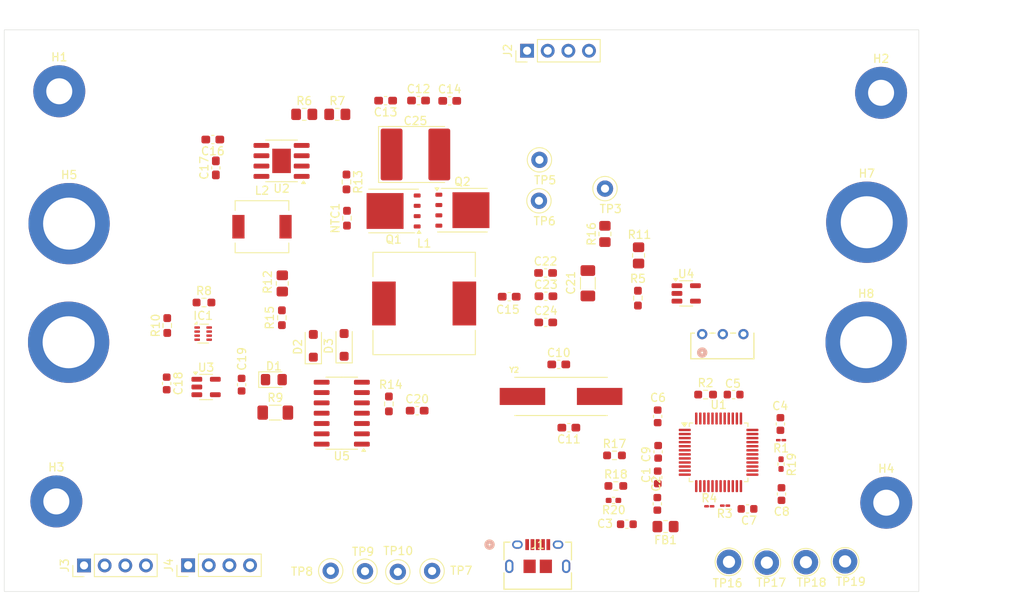
<source format=kicad_pcb>
(kicad_pcb (version 20241229) (generator "pcbnew") (generator_version "9.0")
  (layers (0 "F.Cu" signal) (2 "B.Cu" signal) (13 "F.Paste" user) (15 "B.Paste" user) (5 "F.SilkS" user "F.Silkscreen") (7 "B.SilkS" user "B.Silkscreen") (1 "F.Mask" user) (3 "B.Mask" user) (25 "Edge.Cuts" user))
  (net 0 "")
  (net 1 "GND")
  (net 2 "+3V3A")
  (net 3 "+3V3")
  (net 4 "Net-(U1-NRST)")
  (net 5 "/MCU Section/HSE_OUT")
  (net 6 "/MCU Section/HSE_IN")
  (net 7 "INPUT POWER")
  (net 8 "Net-(U2-VS)")
  (net 9 "Net-(U2-VB)")
  (net 10 "+5VBUS")
  (net 11 "SGND")
  (net 12 "/ADC sensing/I_OUT_SENSING")
  (net 13 "Net-(D1-K)")
  (net 14 "/Connectors/VOUT")
  (net 15 "USB POWER")
  (net 16 "Net-(IC1-ON)")
  (net 17 "Net-(IC1-ST)")
  (net 18 "USB_D_PLUS")
  (net 19 "USB_D_MINUS")
  (net 21 "/MCU Section/USART_TX")
  (net 22 "/MCU Section/USART_RX")
  (net 23 "SWCLK")
  (net 24 "SWDIO")
  (net 25 "/MCU Section/I2C_SDA")
  (net 26 "/MCU Section/I2C_SCL")
  (net 27 "/Power Stage Section/SW_NODE")
  (net 28 "/ADC sensing/T_SENSING")
  (net 29 "GATE_HS")
  (net 30 "GATE_LS")
  (net 31 "Net-(U1-BOOT0)")
  (net 32 "Net-(SW1-B)")
  (net 33 "Net-(U2-HO)")
  (net 34 "Net-(U2-LO)")
  (net 35 "/ADC sensing/VIN_SENSING")
  (net 36 "Net-(R14-Pad1)")
  (net 37 "SPI_MISO")
  (net 38 "SPI_CLK")
  (net 39 "SPI_MOSI")
  (net 40 "CHIP_SELECT")
  (net 65 "HIGH_SIDE_PWM")
  (net 66 "LOW_SIDE_PWM")
  (net 67 "Net-(U2-HIN)")
  (net 68 "Net-(U2-LIN)")
  (net 69 "VIN")
  (net 70 "VOUT")
  (net 71 "VSHUNT_PLUS")
  (net 72 "/ADC sensing/VOUT_SENSING")
  (footprint "Capacitor_SMD:C_0603_1608Metric_Pad1.08x0.95mm_HandSolder" (layer "F.Cu") (at 63.78 69.94 90)
    (property "Reference" "C17" (at 0 -1.43 90) (layer "F.SilkS"))
    (property "Value" "1u")
    (pad "1" smd roundrect (at -0.8625 0 90) (size 1.075 0.95) (layers "F.Cu" "F.Mask" "F.Paste") (net 9 "Net-(U2-VB)"))
    (pad "2" smd roundrect (at 0.8625 0 90) (size 1.075 0.95) (layers "F.Cu" "F.Mask" "F.Paste") (net 8 "Net-(U2-VS)"))
  )
  (footprint "Resistor_SMD:R_0805_2012Metric_Pad1.20x1.40mm_HandSolder" (layer "F.Cu") (at 111.67 78.07 90)
    (property "Reference" "R16" (at 0 -1.65 90) (layer "F.SilkS"))
    (property "Value" "39k")
    (pad "1" smd roundrect (at -1 0 90) (size 1.2 1.4) (layers "F.Cu" "F.Mask" "F.Paste") (roundrect_rratio 0.208333) (net 72 "/ADC sensing/VOUT_SENSING"))
    (pad "2" smd roundrect (at 1 0 90) (size 1.2 1.4) (layers "F.Cu" "F.Mask" "F.Paste") (roundrect_rratio 0.208333) (net 1 "GND"))
  )
  (footprint "LED_SMD:LED_0805_2012Metric_Pad1.15x1.40mm_HandSolder" (layer "F.Cu") (at 70.92 96)
    (property "Reference" "D1" (at 0 -1.65 0) (layer "F.SilkS"))
    (property "Value" "RED_LED")
    (pad "1" smd roundrect (at -1.025 0) (size 1.15 1.4) (layers "F.Cu" "F.Mask" "F.Paste") (roundrect_rratio 0.217391) (net 13 "Net-(D1-K)"))
    (pad "2" smd roundrect (at 1.025 0) (size 1.15 1.4) (layers "F.Cu" "F.Mask" "F.Paste") (roundrect_rratio 0.217391) (net 3 "+3V3"))
  )
  (footprint "Capacitor_SMD:C_0603_1608Metric" (layer "F.Cu") (at 133.27 101.46 -90)
    (property "Reference" "C4" (at -2.22 0.03 0) (layer "F.SilkS"))
    (property "Value" "10u")
    (pad "1" smd roundrect (at -0.775 0 270) (size 0.9 0.95) (layers "F.Cu" "F.Mask" "F.Paste") (net 3 "+3V3"))
    (pad "2" smd roundrect (at 0.775 0 270) (size 0.9 0.95) (layers "F.Cu" "F.Mask" "F.Paste") (net 1 "GND"))
  )
  (footprint "Diode_SMD:D_SOD-123F" (layer "F.Cu") (at 75.78 91.8375 90)
    (property "Reference" "D2" (at -0.127 -1.905 90) (layer "F.SilkS"))
    (property "Value" "BZT52C3V3")
    (pad "1" smd roundrect (at -1.4 0 90) (size 1.1 1.1) (layers "F.Cu" "F.Mask" "F.Paste") (roundrect_rratio 0.2272727273) (net 72 "/ADC sensing/VOUT_SENSING"))
    (pad "2" smd roundrect (at 1.4 0 90) (size 1.1 1.1) (layers "F.Cu" "F.Mask" "F.Paste") (roundrect_rratio 0.2272727273) (net 1 "GND"))
  )
  (footprint "Resistor_SMD:R_0603_1608Metric_Pad0.98x0.95mm_HandSolder" (layer "F.Cu") (at 113.0125 109.0875)
    (property "Reference" "R18" (at 0 -1.43 0) (layer "F.SilkS"))
    (property "Value" "10k")
    (pad "1" smd roundrect (at -0.9125 0) (size 0.975 0.95) (layers "F.Cu" "F.Mask" "F.Paste") (net 66 "LOW_SIDE_PWM"))
    (pad "2" smd roundrect (at 0.9125 0) (size 0.975 0.95) (layers "F.Cu" "F.Mask" "F.Paste") (net 11 "SGND"))
  )
  (footprint "MountingHole:MountingHole_6.4mm_M6_ISO14580_Pad" (layer "F.Cu") (at 143.82 91.42)
    (property "Reference" "H8" (at 0 -6 0) (layer "F.SilkS"))
    (property "Value" "MountingHole_Pad")
    (pad "1" thru_hole circle (at 0 -0.02) (size 10 10) (drill 6.4) (layers "*.Cu" "*.Mask") (net 1 "GND"))
  )
  (footprint "Capacitor_SMD:C_0603_1608Metric_Pad1.08x0.95mm_HandSolder" (layer "F.Cu") (at 88.73 61.65)
    (property "Reference" "C12" (at 0 -1.43 0) (layer "F.SilkS"))
    (property "Value" "10u")
    (pad "1" smd roundrect (at -0.8625 0) (size 1.075 0.95) (layers "F.Cu" "F.Mask" "F.Paste") (net 69 "VIN"))
    (pad "2" smd roundrect (at 0.8625 0) (size 1.075 0.95) (layers "F.Cu" "F.Mask" "F.Paste") (net 1 "GND"))
  )
  (footprint "TestPoint:TestPoint_Loop_D2.50mm_Drill1.0mm" (layer "F.Cu") (at 103.55 73.99)
    (property "Reference" "TP6" (at 0.7 2.5 0) (layer "F.SilkS"))
    (property "Value" "TestPoint")
    (pad "1" thru_hole circle (at 0 0) (size 2 2) (drill 1) (layers "*.Cu" "*.Mask") (net 30 "GATE_LS"))
  )
  (footprint "TestPoint:TestPoint_Loop_D2.54mm_Drill1.5mm_Beaded" (layer "F.Cu") (at 136.41 118.47)
    (property "Reference" "TP18" (at 0.7 2.5 0) (layer "F.SilkS"))
    (property "Value" "TestPoint")
    (pad "1" thru_hole circle (at 0 0) (size 3 3) (drill 1.5) (layers "*.Cu" "*.Mask") (net 19 "USB_D_MINUS"))
  )
  (footprint "Capacitor_SMD:C_0603_1608Metric_Pad1.08x0.95mm_HandSolder" (layer "F.Cu") (at 104.365 82.87)
    (property "Reference" "C22" (at 0 -1.43 0) (layer "F.SilkS"))
    (property "Value" "22u")
    (pad "1" smd roundrect (at -0.8625 0) (size 1.075 0.95) (layers "F.Cu" "F.Mask" "F.Paste") (net 71 "VSHUNT_PLUS"))
    (pad "2" smd roundrect (at 0.8625 0) (size 1.075 0.95) (layers "F.Cu" "F.Mask" "F.Paste") (net 1 "GND"))
  )
  (footprint "Capacitor_SMD:C_0603_1608Metric_Pad1.08x0.95mm_HandSolder" (layer "F.Cu") (at 104.385 88.96)
    (property "Reference" "C24" (at 0 -1.43 0) (layer "F.SilkS"))
    (property "Value" "22u")
    (pad "1" smd roundrect (at -0.8625 0) (size 1.075 0.95) (layers "F.Cu" "F.Mask" "F.Paste") (net 71 "VSHUNT_PLUS"))
    (pad "2" smd roundrect (at 0.8625 0) (size 1.075 0.95) (layers "F.Cu" "F.Mask" "F.Paste") (net 1 "GND"))
  )
  (footprint "Package_TO_SOT_SMD:TDSON-8-1" (layer "F.Cu") (at 85.66 75.245 180)
    (property "Reference" "Q1" (at 0 -3.5 0) (layer "F.SilkS"))
    (property "Value" "BSC082N10LSG")
    (pad "1" smd roundrect (at -2.9 -1.905 180) (size 0.85 0.5) (layers "F.Cu" "F.Mask" "F.Paste") (net 27 "/Power Stage Section/SW_NODE"))
    (pad "2" smd roundrect (at -2.9 -0.635 180) (size 0.85 0.5) (layers "F.Cu" "F.Mask" "F.Paste") (net 27 "/Power Stage Section/SW_NODE"))
    (pad "3" smd roundrect (at -2.9 0.635 180) (size 0.85 0.5) (layers "F.Cu" "F.Mask" "F.Paste") (net 27 "/Power Stage Section/SW_NODE"))
    (pad "4" smd roundrect (at -2.9 1.905 180) (size 0.85 0.5) (layers "F.Cu" "F.Mask" "F.Paste") (net 29 "GATE_HS"))
    (pad "5" smd rect (at 1.05 0 180) (size 4.55 4.41) (layers "F.Cu") (net 69 "VIN"))
  )
  (footprint "Package_SO:SOIC-8-1EP_3.9x4.9mm_P1.27mm_EP2.29x3mm" (layer "F.Cu") (at 71.87 69.08 180)
    (property "Reference" "U2" (at 0 -3.4 0) (layer "F.SilkS"))
    (property "Value" "IRS2186")
    (pad "1" smd roundrect (at -2.475 -1.905 180) (size 1.95 0.6) (layers "F.Cu" "F.Mask" "F.Paste") (net 67 "Net-(U2-HIN)"))
    (pad "2" smd roundrect (at -2.475 -0.635 180) (size 1.95 0.6) (layers "F.Cu" "F.Mask" "F.Paste") (net 68 "Net-(U2-LIN)"))
    (pad "3" smd roundrect (at -2.475 0.635 180) (size 1.95 0.6) (layers "F.Cu" "F.Mask" "F.Paste") (net 1 "GND"))
    (pad "4" smd roundrect (at -2.475 1.905 180) (size 1.95 0.6) (layers "F.Cu" "F.Mask" "F.Paste") (net 34 "Net-(U2-LO)"))
    (pad "5" smd roundrect (at 2.475 1.905 180) (size 1.95 0.6) (layers "F.Cu" "F.Mask" "F.Paste") (net 7 "INPUT POWER"))
    (pad "6" smd roundrect (at 2.475 0.635 180) (size 1.95 0.6) (layers "F.Cu" "F.Mask" "F.Paste") (net 8 "Net-(U2-VS)"))
    (pad "7" smd roundrect (at 2.475 -0.635 180) (size 1.95 0.6) (layers "F.Cu" "F.Mask" "F.Paste") (net 33 "Net-(U2-HO)"))
    (pad "8" smd roundrect (at 2.475 -1.905 180) (size 1.95 0.6) (layers "F.Cu" "F.Mask" "F.Paste") (net 9 "Net-(U2-VB)"))
    (pad "9" smd rect (at 0 0 180) (size 2.29 3) (property pad_prop_heatsink) (layers "F.Cu" "F.Mask"))
  )
  (footprint "Resistor_SMD:R_0805_2012Metric_Pad1.20x1.40mm_HandSolder" (layer "F.Cu") (at 119.13 114.09 180)
    (property "Reference" "FB1" (at 0 -1.65 0) (layer "F.SilkS"))
    (property "Value" "120R")
    (pad "1" smd roundrect (at -1 0 180) (size 1.2 1.4) (layers "F.Cu" "F.Mask" "F.Paste") (roundrect_rratio 0.208333) (net 2 "+3V3A"))
    (pad "2" smd roundrect (at 1 0 180) (size 1.2 1.4) (layers "F.Cu" "F.Mask" "F.Paste") (roundrect_rratio 0.208333) (net 3 "+3V3"))
  )
  (footprint "MountingHole:MountingHole_3.2mm_M3_Pad" (layer "F.Cu") (at 146.3 111.15)
    (property "Reference" "H4" (at 0 -4.2 0) (layer "F.SilkS"))
    (property "Value" "MountingHole_Pad")
    (pad "1" thru_hole circle (at 0 0) (size 6.4 6.4) (drill 3.2) (layers "*.Cu" "*.Mask") (net 1 "GND"))
  )
  (footprint "Resistor_SMD:R_01005_0402Metric_Pad0.57x0.30mm_HandSolder" (layer "F.Cu") (at 126.46 111.51)
    (property "Reference" "R3" (at -0.05 0.99 0) (layer "F.SilkS"))
    (property "Value" "1k5")
    (pad "1" smd roundrect (at -0.3375 0) (size 0.575 0.3) (layers "F.Cu" "F.Mask") (net 3 "+3V3"))
    (pad "2" smd roundrect (at 0.3375 0) (size 0.575 0.3) (layers "F.Cu" "F.Mask") (net 26 "/MCU Section/I2C_SCL"))
  )
  (footprint "Capacitor_SMD:C_0603_1608Metric_Pad1.08x0.95mm_HandSolder" (layer "F.Cu") (at 92.5675 61.69)
    (property "Reference" "C14" (at 0 -1.43 0) (layer "F.SilkS"))
    (property "Value" "10u")
    (pad "1" smd roundrect (at -0.8625 0) (size 1.075 0.95) (layers "F.Cu" "F.Mask" "F.Paste") (net 69 "VIN"))
    (pad "2" smd roundrect (at 0.8625 0) (size 1.075 0.95) (layers "F.Cu" "F.Mask" "F.Paste") (net 1 "GND"))
  )
  (footprint "Package_TO_SOT_SMD:SOT-23-5" (layer "F.Cu") (at 62.58 96.9075)
    (property "Reference" "U3" (at 0 -2.4 0) (layer "F.SilkS"))
    (property "Value" "TLV70012_SOT23-5")
    (pad "1" smd roundrect (at -1.1375 -0.95) (size 1.325 0.6) (layers "F.Cu" "F.Mask" "F.Paste") (net 10 "+5VBUS"))
    (pad "2" smd roundrect (at -1.1375 0) (size 1.325 0.6) (layers "F.Cu" "F.Mask" "F.Paste") (net 11 "SGND"))
    (pad "3" smd roundrect (at -1.1375 0.95) (size 1.325 0.6) (layers "F.Cu" "F.Mask" "F.Paste") (net 10 "+5VBUS"))
    (pad "4" smd roundrect (at 1.1375 0.95) (size 1.325 0.6) (layers "F.Cu" "F.Mask" "F.Paste"))
    (pad "5" smd roundrect (at 1.1375 -0.95) (size 1.325 0.6) (layers "F.Cu" "F.Mask" "F.Paste") (net 3 "+3V3"))
  )
  (footprint "Resistor_SMD:R_01005_0402Metric_Pad0.57x0.30mm_HandSolder" (layer "F.Cu") (at 133.35 103.45 180)
    (property "Reference" "R1" (at 0 -1 0) (layer "F.SilkS"))
    (property "Value" "1k5")
    (pad "1" smd roundrect (at -0.3375 0 180) (size 0.575 0.3) (layers "F.Cu" "F.Mask") (net 3 "+3V3"))
    (pad "2" smd roundrect (at 0.3375 0 180) (size 0.575 0.3) (layers "F.Cu" "F.Mask") (net 18 "USB_D_PLUS"))
  )
  (footprint "Resistor_SMD:R_0402_1005Metric_Pad0.72x0.64mm_HandSolder" (layer "F.Cu") (at 112.7225 110.8675)
    (property "Reference" "R20" (at 0.0375 1.18 0) (layer "F.SilkS"))
    (property "Value" "47")
    (pad "1" smd roundrect (at -0.5975 0) (size 0.715 0.64) (layers "F.Cu" "F.Mask" "F.Paste") (net 66 "LOW_SIDE_PWM"))
    (pad "2" smd roundrect (at 0.5975 0) (size 0.715 0.64) (layers "F.Cu" "F.Mask" "F.Paste") (net 68 "Net-(U2-LIN)"))
  )
  (footprint "MountingHole:MountingHole_3.2mm_M3_Pad" (layer "F.Cu") (at 44.15 110.99)
    (property "Reference" "H3" (at 0 -4.2 0) (layer "F.SilkS"))
    (property "Value" "MountingHole_Pad")
    (pad "1" thru_hole circle (at 0 0) (size 6.4 6.4) (drill 3.2) (layers "*.Cu" "*.Mask") (net 1 "GND"))
  )
  (footprint "Resistor_SMD:R_0805_2012Metric_Pad1.20x1.40mm_HandSolder" (layer "F.Cu") (at 115.81 80.71 90)
    (property "Reference" "R11" (at 2.55 0.11 180) (layer "F.SilkS"))
    (property "Value" "39k")
    (pad "1" smd roundrect (at -1 0 90) (size 1.2 1.4) (layers "F.Cu" "F.Mask" "F.Paste") (roundrect_rratio 0.208333) (net 70 "VOUT"))
    (pad "2" smd roundrect (at 1 0 90) (size 1.2 1.4) (layers "F.Cu" "F.Mask" "F.Paste") (roundrect_rratio 0.208333) (net 72 "/ADC sensing/VOUT_SENSING"))
  )
  (footprint "Capacitor_SMD:C_0603_1608Metric" (layer "F.Cu") (at 118.22 104.8875 -90)
    (property "Reference" "C9" (at 0.31 1.48 270) (layer "F.SilkS"))
    (property "Value" "0.1u")
    (pad "1" smd roundrect (at -0.775 0 270) (size 0.9 0.95) (layers "F.Cu" "F.Mask" "F.Paste") (net 4 "Net-(U1-NRST)"))
    (pad "2" smd roundrect (at 0.775 0 270) (size 0.9 0.95) (layers "F.Cu" "F.Mask" "F.Paste") (net 1 "GND"))
  )
  (footprint "footprints:CON64_2X32_TU_HTS_SAI_CUSTOM" (layer "F.Cu") (at 163.01 91.67)
    (property "Reference" "SW1" (hide yes))
    (property "Value" "SW_SPDT" (hide yes))
    (pad "1" thru_hole circle (at -39.37 -1.27 90) (size 1.27 1.27) (drill 0.7112) (layers "*.Cu" "*.Mask") (net 3 "+3V3"))
    (pad "2" thru_hole circle (at -36.83 -1.27 90) (size 1.27 1.27) (drill 0.7112) (layers "*.Cu" "*.Mask") (net 32 "Net-(SW1-B)"))
    (pad "3" thru_hole circle (at -34.29 -1.27 90) (size 1.27 1.27) (drill 0.7112) (layers "*.Cu" "*.Mask") (net 1 "GND"))
  )
  (footprint "Capacitor_SMD:C_0603_1608Metric" (layer "F.Cu") (at 118.16 100.5225 -90)
    (property "Reference" "C6" (at -2.3 -0.04 0) (layer "F.SilkS"))
    (property "Value" "100n")
    (pad "1" smd roundrect (at -0.775 0 270) (size 0.9 0.95) (layers "F.Cu" "F.Mask" "F.Paste") (net 3 "+3V3"))
    (pad "2" smd roundrect (at 0.775 0 270) (size 0.9 0.95) (layers "F.Cu" "F.Mask" "F.Paste") (net 1 "GND"))
  )
  (footprint "Connector_PinHeader_2.54mm:PinHeader_1x04_P2.54mm_Vertical" (layer "F.Cu") (at 60.37 118.85 90)
    (property "Reference" "J4" (at 0 -2.38 90) (layer "F.SilkS"))
    (property "Value" "Conn_01x04_Pin")
    (pad "1" thru_hole rect (at 0 0 90) (size 1.7 1.7) (drill 1) (layers "*.Cu" "*.Mask") (net 3 "+3V3"))
    (pad "2" thru_hole circle (at 0 2.54 90) (size 1.7 1.7) (drill 1) (layers "*.Cu" "*.Mask") (net 26 "/MCU Section/I2C_SCL"))
    (pad "3" thru_hole circle (at 0 5.08 90) (size 1.7 1.7) (drill 1) (layers "*.Cu" "*.Mask") (net 25 "/MCU Section/I2C_SDA"))
    (pad "4" thru_hole circle (at 0 7.62 90) (size 1.7 1.7) (drill 1) (layers "*.Cu" "*.Mask") (net 1 "GND"))
  )
  (footprint "Resistor_SMD:R_0805_2012Metric_Pad1.20x1.40mm_HandSolder" (layer "F.Cu") (at 71.96 84.16 -90)
    (property "Reference" "R12" (at -0.17 1.8 90) (layer "F.SilkS"))
    (property "Value" "39k")
    (pad "1" smd roundrect (at -1 0 270) (size 1.2 1.4) (layers "F.Cu" "F.Mask" "F.Paste") (roundrect_rratio 0.208333) (net 69 "VIN"))
    (pad "2" smd roundrect (at 1 0 270) (size 1.2 1.4) (layers "F.Cu" "F.Mask" "F.Paste") (roundrect_rratio 0.208333) (net 35 "/ADC sensing/VIN_SENSING"))
  )
  (footprint "Resistor_SMD:R_0402_1005Metric_Pad0.72x0.64mm_HandSolder" (layer "F.Cu") (at 133.35 106.3975 -90)
    (property "Reference" "R19" (at 0.06 -1.3 90) (layer "F.SilkS"))
    (property "Value" "47")
    (pad "1" smd roundrect (at -0.5975 0 270) (size 0.715 0.64) (layers "F.Cu" "F.Mask" "F.Paste") (net 65 "HIGH_SIDE_PWM"))
    (pad "2" smd roundrect (at 0.5975 0 270) (size 0.715 0.64) (layers "F.Cu" "F.Mask" "F.Paste") (net 67 "Net-(U2-HIN)"))
  )
  (footprint "Package_TO_SOT_SMD:SOT-23-5" (layer "F.Cu") (at 121.6725 85.39)
    (property "Reference" "U4" (at 0 -2.4 0) (layer "F.SilkS"))
    (property "Value" "INA180A3")
    (pad "1" smd roundrect (at -1.1375 -0.95) (size 1.325 0.6) (layers "F.Cu" "F.Mask" "F.Paste") (net 36 "Net-(R14-Pad1)"))
    (pad "2" smd roundrect (at -1.1375 0) (size 1.325 0.6) (layers "F.Cu" "F.Mask" "F.Paste") (net 1 "GND"))
    (pad "3" smd roundrect (at -1.1375 0.95) (size 1.325 0.6) (layers "F.Cu" "F.Mask" "F.Paste") (net 71 "VSHUNT_PLUS"))
    (pad "4" smd roundrect (at 1.1375 0.95) (size 1.325 0.6) (layers "F.Cu" "F.Mask" "F.Paste") (net 70 "VOUT"))
    (pad "5" smd roundrect (at 1.1375 -0.95) (size 1.325 0.6) (layers "F.Cu" "F.Mask" "F.Paste") (net 3 "+3V3"))
  )
  (footprint "Resistor_SMD:R_0603_1608Metric_Pad0.98x0.95mm_HandSolder" (layer "F.Cu") (at 112.8475 105.3275)
    (property "Reference" "R17" (at 0 -1.43 0) (layer "F.SilkS"))
    (property "Value" "10k")
    (pad "1" smd roundrect (at -0.9125 0) (size 0.975 0.95) (layers "F.Cu" "F.Mask" "F.Paste") (net 65 "HIGH_SIDE_PWM"))
    (pad "2" smd roundrect (at 0.9125 0) (size 0.975 0.95) (layers "F.Cu" "F.Mask" "F.Paste") (net 11 "SGND"))
  )
  (footprint "Package_TO_SOT_SMD:SOT-583-8" (layer "F.Cu") (at 62.22 90.3375)
    (property "Reference" "IC1" (at 0 -2.2 0) (layer "F.SilkS"))
    (property "Value" "LM66200DRLR")
    (pad "1" smd roundrect (at -0.74 -0.75) (size 0.67 0.3) (layers "F.Cu" "F.Mask" "F.Paste") (roundrect_rratio 0.1666666667) (net 1 "GND"))
    (pad "2" smd roundrect (at -0.74 -0.25) (size 0.67 0.3) (layers "F.Cu" "F.Mask" "F.Paste") (roundrect_rratio 0.1666666667) (net 10 "+5VBUS"))
    (pad "3" smd roundrect (at -0.74 0.25) (size 0.67 0.3) (layers "F.Cu" "F.Mask" "F.Paste") (roundrect_rratio 0.1666666667) (net 7 "INPUT POWER"))
    (pad "4" smd roundrect (at -0.74 0.75) (size 0.67 0.3) (layers "F.Cu" "F.Mask" "F.Paste") (roundrect_rratio 0.1666666667) (net 16 "Net-(IC1-ON)"))
    (pad "5" smd roundrect (at 0.74 0.75) (size 0.67 0.3) (layers "F.Cu" "F.Mask" "F.Paste") (roundrect_rratio 0.1666666667) (net 1 "GND"))
    (pad "6" smd roundrect (at 0.74 0.25) (size 0.67 0.3) (layers "F.Cu" "F.Mask" "F.Paste") (roundrect_rratio 0.1666666667) (net 15 "USB POWER"))
    (pad "7" smd roundrect (at 0.74 -0.25) (size 0.67 0.3) (layers "F.Cu" "F.Mask" "F.Paste") (roundrect_rratio 0.1666666667) (net 10 "+5VBUS"))
    (pad "8" smd roundrect (at 0.74 -0.75) (size 0.67 0.3) (layers "F.Cu" "F.Mask" "F.Paste") (roundrect_rratio 0.1666666667) (net 17 "Net-(IC1-ST)"))
  )
  (footprint "Capacitor_SMD:C_0603_1608Metric_Pad1.08x0.95mm_HandSolder" (layer "F.Cu") (at 107.23 101.91 180)
    (property "Reference" "C11" (at 0 -1.43 0) (layer "F.SilkS"))
    (property "Value" "10p")
    (pad "1" smd roundrect (at -0.8625 0 180) (size 1.075 0.95) (layers "F.Cu" "F.Mask" "F.Paste") (net 1 "GND"))
    (pad "2" smd roundrect (at 0.8625 0 180) (size 1.075 0.95) (layers "F.Cu" "F.Mask" "F.Paste") (net 6 "/MCU Section/HSE_IN"))
  )
  (footprint "Library:SC63CB" (layer "F.Cu") (at 69.46 77.18)
    (property "Reference" "L2" (at 0 -4.45 0) (layer "F.SilkS"))
    (property "Value" "2u")
    (pad "1" smd rect (at -2.9 0) (size 1.5 2.9) (layers "F.Cu" "F.Mask" "F.Paste") (net 7 "INPUT POWER"))
    (pad "2" smd rect (at 2.9 0) (size 1.5 2.9) (layers "F.Cu" "F.Mask" "F.Paste") (net 69 "VIN"))
  )
  (footprint "TestPoint:TestPoint_Loop_D2.50mm_Drill1.0mm" (layer "F.Cu") (at 77.92 119.53)
    (property "Reference" "TP8" (at -3.53 0.09 0) (layer "F.SilkS"))
    (property "Value" "TestPoint")
    (pad "1" thru_hole circle (at 0 0) (size 2 2) (drill 1) (layers "*.Cu" "*.Mask") (net 38 "SPI_CLK"))
  )
  (footprint "Capacitor_SMD:C_0603_1608Metric" (layer "F.Cu") (at 57.73 96.47 -90)
    (property "Reference" "C18" (at 0 -1.43 90) (layer "F.SilkS"))
    (property "Value" "1u")
    (pad "1" smd roundrect (at -0.775 0 270) (size 0.9 0.95) (layers "F.Cu" "F.Mask" "F.Paste") (net 10 "+5VBUS"))
    (pad "2" smd roundrect (at 0.775 0 270) (size 0.9 0.95) (layers "F.Cu" "F.Mask" "F.Paste") (net 11 "SGND"))
  )
  (footprint "TestPoint:TestPoint_Loop_D2.50mm_Drill1.0mm" (layer "F.Cu") (at 111.68 72.49)
    (property "Reference" "TP3" (at 0.7 2.5 0) (layer "F.SilkS"))
    (property "Value" "TestPoint")
    (pad "1" thru_hole circle (at 0 0) (size 2 2) (drill 1) (layers "*.Cu" "*.Mask") (net 1 "GND"))
  )
  (footprint "Capacitor_SMD:C_0603_1608Metric_Pad1.08x0.95mm_HandSolder" (layer "F.Cu") (at 84.6775 61.66 180)
    (property "Reference" "C13" (at 0 -1.43 0) (layer "F.SilkS"))
    (property "Value" "10u")
    (pad "1" smd roundrect (at -0.8625 0 180) (size 1.075 0.95) (layers "F.Cu" "F.Mask" "F.Paste") (net 69 "VIN"))
    (pad "2" smd roundrect (at 0.8625 0 180) (size 1.075 0.95) (layers "F.Cu" "F.Mask" "F.Paste") (net 1 "GND"))
  )
  (footprint "TestPoint:TestPoint_Loop_D2.54mm_Drill1.5mm_Beaded" (layer "F.Cu") (at 126.94 118.43)
    (property "Reference" "TP16" (at -0.17 2.62 0) (layer "F.SilkS"))
    (property "Value" "TestPoint")
    (pad "1" thru_hole circle (at 0 0) (size 3 3) (drill 1.5) (layers "*.Cu" "*.Mask") (net 24 "SWDIO"))
  )
  (footprint "Resistor_SMD:R_0603_1608Metric_Pad0.98x0.95mm_HandSolder" (layer "F.Cu") (at 85.08 98.99 -90)
    (property "Reference" "R14" (at -2.37 -0.23 180) (layer "F.SilkS"))
    (property "Value" "1k")
    (pad "1" smd roundrect (at -0.9125 0 270) (size 0.975 0.95) (layers "F.Cu" "F.Mask" "F.Paste") (net 36 "Net-(R14-Pad1)"))
    (pad "2" smd roundrect (at 0.9125 0 270) (size 0.975 0.95) (layers "F.Cu" "F.Mask" "F.Paste") (net 12 "/ADC sensing/I_OUT_SENSING"))
  )
  (footprint "Resistor_SMD:R_0805_2012Metric_Pad1.20x1.40mm_HandSolder" (layer "F.Cu") (at 74.66 63.35)
    (property "Reference" "R6" (at 0 -1.65 0) (layer "F.SilkS"))
    (property "Value" "10")
    (pad "1" smd roundrect (at -1 0) (size 1.2 1.4) (layers "F.Cu" "F.Mask" "F.Paste") (roundrect_rratio 0.208333) (net 33 "Net-(U2-HO)"))
    (pad "2" smd roundrect (at 1 0) (size 1.2 1.4) (layers "F.Cu" "F.Mask" "F.Paste") (roundrect_rratio 0.208333) (net 29 "GATE_HS"))
  )
  (footprint "Capacitor_SMD:C_0603_1608Metric" (layer "F.Cu") (at 133.4 110.0825 90)
    (property "Reference" "C8" (at -2.16 0.03 0) (layer "F.SilkS"))
    (property "Value" "100n")
    (pad "1" smd roundrect (at -0.775 0 90) (size 0.9 0.95) (layers "F.Cu" "F.Mask" "F.Paste") (net 3 "+3V3"))
    (pad "2" smd roundrect (at 0.775 0 90) (size 0.9 0.95) (layers "F.Cu" "F.Mask" "F.Paste") (net 1 "GND"))
  )
  (footprint "Connector_PinHeader_2.54mm:PinHeader_1x04_P2.54mm_Vertical" (layer "F.Cu") (at 47.56 118.87 90)
    (property "Reference" "J3" (at 0 -2.38 90) (layer "F.SilkS"))
    (property "Value" "Conn_01x04_Pin")
    (pad "1" thru_hole rect (at 0 0 90) (size 1.7 1.7) (drill 1) (layers "*.Cu" "*.Mask") (net 3 "+3V3"))
    (pad "2" thru_hole circle (at 0 2.54 90) (size 1.7 1.7) (drill 1) (layers "*.Cu" "*.Mask") (net 24 "SWDIO"))
    (pad "3" thru_hole circle (at 0 5.08 90) (size 1.7 1.7) (drill 1) (layers "*.Cu" "*.Mask") (net 23 "SWCLK"))
    (pad "4" thru_hole circle (at 0 7.62 90) (size 1.7 1.7) (drill 1) (layers "*.Cu" "*.Mask") (net 1 "GND"))
  )
  (footprint "MountingHole:MountingHole_3.2mm_M3_Pad" (layer "F.Cu") (at 145.66 60.7)
    (property "Reference" "H2" (at 0 -4.2 0) (layer "F.SilkS"))
    (property "Value" "MountingHole_Pad")
    (pad "1" thru_hole circle (at 0 0) (size 6.4 6.4) (drill 3.2) (layers "*.Cu" "*.Mask") (net 1 "GND"))
  )
  (footprint "Capacitor_SMD:C_0603_1608Metric" (layer "F.Cu") (at 127.51 97.84)
    (property "Reference" "C5" (at -0.09 -1.35 180) (layer "F.SilkS"))
    (property "Value" "100n")
    (pad "1" smd roundrect (at -0.775 0) (size 0.9 0.95) (layers "F.Cu" "F.Mask" "F.Paste") (net 3 "+3V3"))
    (pad "2" smd roundrect (at 0.775 0) (size 0.9 0.95) (layers "F.Cu" "F.Mask" "F.Paste") (net 1 "GND"))
  )
  (footprint "Capacitor_SMD:C_0603_1608Metric_Pad1.08x0.95mm_HandSolder" (layer "F.Cu") (at 99.8875 85.79 180)
    (property "Reference" "C15" (at 0.1675 -1.59 0) (layer "F.SilkS"))
    (property "Value" "22u")
    (pad "1" smd roundrect (at -0.8625 0 180) (size 1.075 0.95) (layers "F.Cu" "F.Mask" "F.Paste") (net 71 "VSHUNT_PLUS"))
    (pad "2" smd roundrect (at 0.8625 0 180) (size 1.075 0.95) (layers "F.Cu" "F.Mask" "F.Paste") (net 1 "GND"))
  )
  (footprint "Capacitor_SMD:C_1206_3216Metric_Pad1.33x1.80mm_HandSolder" (layer "F.Cu") (at 109.57 84.14 90)
    (property "Reference" "C21" (at 0.05 -2.09 90) (layer "F.SilkS"))
    (property "Value" "100u")
    (pad "1" smd roundrect (at -1.5625 0 90) (size 1.325 1.8) (layers "F.Cu" "F.Mask" "F.Paste") (roundrect_rratio 0.188679) (net 71 "VSHUNT_PLUS"))
    (pad "2" smd roundrect (at 1.5625 0 90) (size 1.325 1.8) (layers "F.Cu" "F.Mask" "F.Paste") (roundrect_rratio 0.188679) (net 1 "GND"))
  )
  (footprint "Resistor_SMD:R_0603_1608Metric_Pad0.98x0.95mm_HandSolder" (layer "F.Cu") (at 124.06 97.84)
    (property "Reference" "R2" (at 0 -1.43 0) (layer "F.SilkS"))
    (property "Value" "10k")
    (pad "1" smd roundrect (at -0.9125 0) (size 0.975 0.95) (layers "F.Cu" "F.Mask" "F.Paste") (net 31 "Net-(U1-BOOT0)"))
    (pad "2" smd roundrect (at 0.9125 0) (size 0.975 0.95) (layers "F.Cu" "F.Mask" "F.Paste") (net 32 "Net-(SW1-B)"))
  )
  (footprint "Connector_PinHeader_2.54mm:PinHeader_1x04_P2.54mm_Vertical" (layer "F.Cu") (at 102.09 55.52 90)
    (property "Reference" "J2" (at 0 -2.38 90) (layer "F.SilkS"))
    (property "Value" "Conn_01x04_Pin")
    (pad "1" thru_hole rect (at 0 0 90) (size 1.7 1.7) (drill 1) (layers "*.Cu" "*.Mask") (net 3 "+3V3"))
    (pad "2" thru_hole circle (at 0 2.54 90) (size 1.7 1.7) (drill 1) (layers "*.Cu" "*.Mask") (net 21 "/MCU Section/USART_TX"))
    (pad "3" thru_hole circle (at 0 5.08 90) (size 1.7 1.7) (drill 1) (layers "*.Cu" "*.Mask") (net 22 "/MCU Section/USART_RX"))
    (pad "4" thru_hole circle (at 0 7.62 90) (size 1.7 1.7) (drill 1) (layers "*.Cu" "*.Mask") (net 1 "GND"))
  )
  (footprint "TestPoint:TestPoint_Loop_D2.50mm_Drill1.0mm" (layer "F.Cu") (at 90.4 119.55)
    (property "Reference" "TP7" (at 3.59 -0.04 0) (layer "F.SilkS"))
    (property "Value" "TestPoint")
    (pad "1" thru_hole circle (at 0 0) (size 2 2) (drill 1) (layers "*.Cu" "*.Mask") (net 37 "SPI_MISO"))
  )
  (footprint "Resistor_SMD:R_01005_0402Metric_Pad0.57x0.30mm_HandSolder" (layer "F.Cu") (at 124.5175 111.59)
    (property "Reference" "R4" (at 0 -1 0) (layer "F.SilkS"))
    (property "Value" "1k5")
    (pad "1" smd roundrect (at -0.3375 0) (size 0.575 0.3) (layers "F.Cu" "F.Mask") (net 3 "+3V3"))
    (pad "2" smd roundrect (at 0.3375 0) (size 0.575 0.3) (layers "F.Cu" "F.Mask") (net 25 "/MCU Section/I2C_SDA"))
  )
  (footprint "Capacitor_SMD:C_0603_1608Metric" (layer "F.Cu") (at 118.17 108.0325 -90)
    (property "Reference" "C1" (at -0.285 1.43 90) (layer "F.SilkS"))
    (property "Value" "10n")
    (pad "1" smd roundrect (at -0.775 0 270) (size 0.9 0.95) (layers "F.Cu" "F.Mask" "F.Paste") (net 2 "+3V3A"))
    (pad "2" smd roundrect (at 0.775 0 270) (size 0.9 0.95) (layers "F.Cu" "F.Mask" "F.Paste") (net 1 "GND"))
  )
  (footprint "MountingHole:MountingHole_6.4mm_M6_ISO14580_Pad" (layer "F.Cu") (at 143.9 76.63)
    (property "Reference" "H7" (at 0 -6 0) (layer "F.SilkS"))
    (property "Value" "MountingHole_Pad")
    (pad "1" thru_hole circle (at 0 0) (size 10 10) (drill 6.4) (layers "*.Cu" "*.Mask") (net 14 "/Connectors/VOUT"))
  )
  (footprint "Resistor_SMD:R_0603_1608Metric_Pad0.98x0.95mm_HandSolder" (layer "F.Cu") (at 57.8 89.34 90)
    (property "Reference" "R10" (at 0 -1.43 90) (layer "F.SilkS"))
    (property "Value" "10k")
    (pad "1" smd roundrect (at -0.9125 0 90) (size 0.975 0.95) (layers "F.Cu" "F.Mask" "F.Paste") (net 16 "Net-(IC1-ON)"))
    (pad "2" smd roundrect (at 0.9125 0 90) (size 0.975 0.95) (layers "F.Cu" "F.Mask" "F.Paste") (net 1 "GND"))
  )
  (footprint "usb_b:CONN_10118194-0001LF_AMP" (layer "F.Cu") (at 103.4 118.9)
    (property "Reference" "J1" (at 0 -2.593599 0) (layer "F.SilkS"))
    (property "Value" "USB_B_Micro")
    (pad "" np_thru_hole oval (at -3.5 0.081402 90) (size 1.651 1.016) (drill oval 1.1938 0.5588) (layers "*.Cu" "*.Mask"))
    (pad "" np_thru_hole oval (at -2.5 -2.593599) (size 1.2954 1.016) (drill oval 0.889 0.6096) (layers "*.Cu" "*.Mask"))
    (pad "" np_thru_hole oval (at 2.5 -2.593599) (size 1.2954 1.016) (drill oval 0.889 0.6096) (layers "*.Cu" "*.Mask"))
    (pad "" np_thru_hole oval (at 3.500001 0.081402 90) (size 1.651 1.016) (drill oval 1.1938 0.5588) (layers "*.Cu" "*.Mask"))
    (pad "1" smd rect (at -1.3 -2.593599) (size 0.4572 1.3462) (layers "F.Cu" "F.Mask" "F.Paste") (net 15 "USB POWER"))
    (pad "2" smd rect (at -0.649999 -2.593599) (size 0.4572 1.3462) (layers "F.Cu" "F.Mask" "F.Paste") (net 19 "USB_D_MINUS"))
    (pad "3" smd rect (at 0 -2.593599) (size 0.4572 1.3462) (layers "F.Cu" "F.Mask" "F.Paste") (net 18 "USB_D_PLUS"))
    (pad "4" smd rect (at 0.649999 -2.593599) (size 0.4572 1.3462) (layers "F.Cu" "F.Mask" "F.Paste"))
    (pad "5" smd rect (at 1.3 -2.593599) (size 0.4572 1.3462) (layers "F.Cu" "F.Mask" "F.Paste") (net 1 "GND"))
    (pad "6" smd rect (at -1.000001 0.081402) (size 1.4986 1.651) (layers "F.Cu" "F.Mask" "F.Paste") (net 1 "GND"))
    (pad "6" smd rect (at 1.000001 0.081402) (size 1.4986 1.651) (layers "F.Cu" "F.Mask" "F.Paste") (net 1 "GND"))
  )
  (footprint "Capacitor_SMD:C_0603_1608Metric_Pad1.08x0.95mm_HandSolder" (layer "F.Cu") (at 63.4075 66.45 180)
    (property "Reference" "C16" (at 0 -1.43 0) (layer "F.SilkS"))
    (property "Value" "100n")
    (pad "1" smd roundrect (at -0.8625 0 180) (size 1.075 0.95) (layers "F.Cu" "F.Mask" "F.Paste") (net 7 "INPUT POWER"))
    (pad "2" smd roundrect (at 0.8625 0 180) (size 1.075 0.95) (layers "F.Cu" "F.Mask" "F.Paste") (net 1 "GND"))
  )
  (footprint "Capacitor_SMD:C_0603_1608Metric" (layer "F.Cu") (at 129.22 111.91 180)
    (property "Reference" "C7" (at -0.175 -1.43 180) (layer "F.SilkS"))
    (property "Value" "100n")
    (pad "1" smd roundrect (at -0.775 0 180) (size 0.9 0.95) (layers "F.Cu" "F.Mask" "F.Paste") (net 3 "+3V3"))
    (pad "2" smd roundrect (at 0.775 0 180) (size 0.9 0.95) (layers "F.Cu" "F.Mask" "F.Paste") (net 1 "GND"))
  )
  (footprint "MountingHole:MountingHole_6.4mm_M6_ISO14580_Pad" (layer "F.Cu") (at 45.66 91.32)
    (property "Reference" "H6" (hide yes))
    (property "Value" "MountingHole_Pad")
    (pad "1" thru_hole circle (at 0 0.08) (size 10 10) (drill 6.4) (layers "*.Cu" "*.Mask") (net 1 "GND"))
  )
  (footprint "TestPoint:TestPoint_Loop_D2.54mm_Drill1.5mm_Beaded" (layer "F.Cu") (at 141.23 118.37)
    (property "Reference" "TP19" (at 0.7 2.5 0) (layer "F.SilkS"))
    (property "Value" "TestPoint")
    (pad "1" thru_hole circle (at 0 0) (size 3 3) (drill 1.5) (layers "*.Cu" "*.Mask") (net 18 "USB_D_PLUS"))
  )
  (footprint "Resistor_SMD:R_0603_1608Metric_Pad0.98x0.95mm_HandSolder" (layer "F.Cu") (at 115.73 85.97 90)
    (property "Reference" "R5" (at 2.39 0 180) (layer "F.SilkS"))
    (property "Value" "10m")
    (pad "1" smd roundrect (at -0.9125 0 90) (size 0.975 0.95) (layers "F.Cu" "F.Mask" "F.Paste") (net 71 "VSHUNT_PLUS"))
    (pad "2" smd roundrect (at 0.9125 0 90) (size 0.975 0.95) (layers "F.Cu" "F.Mask" "F.Paste") (net 70 "VOUT"))
  )
  (footprint "Diode_SMD:D_SOD-123F" (layer "F.Cu") (at 79.57 91.7275 90)
    (property "Reference" "D3" (at -0.127 -1.905 90) (layer "F.SilkS"))
    (property "Value" "BZT52C3V3")
    (pad "1" smd roundrect (at -1.4 0 90) (size 1.1 1.1) (layers "F.Cu" "F.Mask" "F.Paste") (roundrect_rratio 0.2272727273) (net 35 "/ADC sensing/VIN_SENSING"))
    (pad "2" smd roundrect (at 1.4 0 90) (size 1.1 1.1) (layers "F.Cu" "F.Mask" "F.Paste") (roundrect_rratio 0.2272727273) (net 1 "GND"))
  )
  (footprint "TestPoint:TestPoint_Loop_D2.54mm_Drill1.5mm_Beaded" (layer "F.Cu") (at 131.6 118.53)
    (property "Reference" "TP17" (at 0.54 2.45 0) (layer "F.SilkS"))
    (property "Value" "TestPoint")
    (pad "1" thru_hole circle (at 0 0) (size 3 3) (drill 1.5) (layers "*.Cu" "*.Mask") (net 23 "SWCLK"))
  )
  (footprint "Resistor_SMD:R_0603_1608Metric_Pad0.98x0.95mm_HandSolder" (layer "F.Cu") (at 62.32 86.51)
    (property "Reference" "R8" (at 0 -1.43 0) (layer "F.SilkS"))
    (property "Value" "10k")
    (pad "1" smd roundrect (at -0.9125 0) (size 0.975 0.95) (layers "F.Cu" "F.Mask" "F.Paste") (net 7 "INPUT POWER"))
    (pad "2" smd roundrect (at 0.9125 0) (size 0.975 0.95) (layers "F.Cu" "F.Mask" "F.Paste") (net 17 "Net-(IC1-ST)"))
  )
  (footprint "Package_SO:SOIC-14_3.9x8.7mm_P1.27mm" (layer "F.Cu") (at 79.28 100.1325 180)
    (property "Reference" "U5" (at 0 -5.28 0) (layer "F.SilkS"))
    (property "Value" "MCP3204")
    (pad "1" smd roundrect (at -2.475 -3.81 180) (size 1.95 0.6) (layers "F.Cu" "F.Mask" "F.Paste") (net 35 "/ADC sensing/VIN_SENSING"))
    (pad "2" smd roundrect (at -2.475 -2.54 180) (size 1.95 0.6) (layers "F.Cu" "F.Mask" "F.Paste") (net 72 "/ADC sensing/VOUT_SENSING"))
    (pad "3" smd roundrect (at -2.475 -1.27 180) (size 1.95 0.6) (layers "F.Cu" "F.Mask" "F.Paste") (net 12 "/ADC sensing/I_OUT_SENSING"))
    (pad "4" smd roundrect (at -2.475 0 180) (size 1.95 0.6) (layers "F.Cu" "F.Mask" "F.Paste") (net 28 "/ADC sensing/T_SENSING"))
    (pad "5" smd roundrect (at -2.475 1.27 180) (size 1.95 0.6) (layers "F.Cu" "F.Mask" "F.Paste"))
    (pad "6" smd roundrect (at -2.475 2.54 180) (size 1.95 0.6) (layers "F.Cu" "F.Mask" "F.Paste"))
    (pad "7" smd roundrect (at -2.475 3.81 180) (size 1.95 0.6) (layers "F.Cu" "F.Mask" "F.Paste") (net 1 "GND"))
    (pad "8" smd roundrect (at 2.475 3.81 180) (size 1.95 0.6) (layers "F.Cu" "F.Mask" "F.Paste") (net 40 "CHIP_SELECT"))
    (pad "9" smd roundrect (at 2.475 2.54 180) (size 1.95 0.6) (layers "F.Cu" "F.Mask" "F.Paste") (net 39 "SPI_MOSI"))
    (pad "10" smd roundrect (at 2.475 1.27 180) (size 1.95 0.6) (layers "F.Cu" "F.Mask" "F.Paste") (net 37 "SPI_MISO"))
    (pad "11" smd roundrect (at 2.475 0 180) (size 1.95 0.6) (layers "F.Cu" "F.Mask" "F.Paste") (net 38 "SPI_CLK"))
    (pad "12" smd roundrect (at 2.475 -1.27 180) (size 1.95 0.6) (layers "F.Cu" "F.Mask" "F.Paste") (net 1 "GND"))
    (pad "13" smd roundrect (at 2.475 -2.54 180) (size 1.95 0.6) (layers "F.Cu" "F.Mask" "F.Paste") (net 3 "+3V3"))
    (pad "14" smd roundrect (at 2.475 -3.81 180) (size 1.95 0.6) (layers "F.Cu" "F.Mask" "F.Paste") (net 3 "+3V3"))
  )
  (footprint "Capacitor_SMD:C_0603_1608Metric_Pad1.08x0.95mm_HandSolder" (layer "F.Cu") (at 105.99 94.13)
    (property "Reference" "C10" (at 0 -1.43 0) (layer "F.SilkS"))
    (property "Value" "10p")
    (pad "1" smd roundrect (at -0.8625 0) (size 1.075 0.95) (layers "F.Cu" "F.Mask" "F.Paste") (net 1 "GND"))
    (pad "2" smd roundrect (at 0.8625 0) (size 1.075 0.95) (layers "F.Cu" "F.Mask" "F.Paste") (net 5 "/MCU Section/HSE_OUT"))
  )
  (footprint "TestPoint:TestPoint_Loop_D2.50mm_Drill1.0mm" (layer "F.Cu") (at 82.14 119.58)
    (property "Reference" "TP9" (at -0.24 -2.4 0) (layer "F.SilkS"))
    (property "Value" "TestPoint")
    (pad "1" thru_hole circle (at 0 0) (size 2 2) (drill 1) (layers "*.Cu" "*.Mask") (net 37 "SPI_MISO"))
  )
  (footprint "Inductor_SMD:L_12x12mm_H8mm" (layer "F.Cu") (at 89.42 86.63)
    (property "Reference" "L1" (at 0 -7.4 0) (layer "F.SilkS"))
    (property "Value" "15 uH")
    (pad "1" smd rect (at -4.95 0) (size 2.9 5.4) (layers "F.Cu" "F.Mask" "F.Paste") (net 27 "/Power Stage Section/SW_NODE"))
    (pad "2" smd rect (at 4.95 0) (size 2.9 5.4) (layers "F.Cu" "F.Mask" "F.Paste") (net 71 "VSHUNT_PLUS"))
  )
  (footprint "Capacitor_Tantalum_SMD:CP_EIA-7260-20_AVX-M_HandSolder" (layer "F.Cu") (at 88.35 68.29)
    (property "Reference" "C25" (at 0 -4.14 0) (layer "F.SilkS"))
    (property "Value" "100u")
    (pad "1" smd roundrect (at -2.9375 0) (size 2.685 6.37) (layers "F.Cu" "F.Mask" "F.Paste") (roundrect_rratio 0.09311) (net 69 "VIN"))
    (pad "2" smd roundrect (at 2.9375 0) (size 2.685 6.37) (layers "F.Cu" "F.Mask" "F.Paste") (roundrect_rratio 0.09311) (net 1 "GND"))
  )
  (footprint "Resistor_SMD:R_1206_3216Metric_Pad1.30x1.75mm_HandSolder" (layer "F.Cu") (at 71.1 100.06)
    (property "Reference" "R9" (at 0 -1.83 0) (layer "F.SilkS"))
    (property "Value" "200")
    (pad "1" smd roundrect (at -1.55 0) (size 1.3 1.75) (layers "F.Cu" "F.Mask" "F.Paste") (roundrect_rratio 0.192308) (net 13 "Net-(D1-K)"))
    (pad "2" smd roundrect (at 1.55 0) (size 1.3 1.75) (layers "F.Cu" "F.Mask" "F.Paste") (roundrect_rratio 0.192308) (net 11 "SGND"))
  )
  (footprint "Resistor_SMD:R_0603_1608Metric_Pad0.98x0.95mm_HandSolder" (layer "F.Cu") (at 71.91 88.3825 -90)
    (property "Reference" "R15" (at -0.0025 1.5 90) (layer "F.SilkS"))
    (property "Value" "10k")
    (pad "1" smd roundrect (at -0.9125 0 270) (size 0.975 0.95) (layers "F.Cu" "F.Mask" "F.Paste") (net 35 "/ADC sensing/VIN_SENSING"))
    (pad "2" smd roundrect (at 0.9125 0 270) (size 0.975 0.95) (layers "F.Cu" "F.Mask" "F.Paste") (net 1 "GND"))
  )
  (footprint "TestPoint:TestPoint_Loop_D2.50mm_Drill1.0mm" (layer "F.Cu") (at 86.18 119.66)
    (property "Reference" "TP10" (at 0.05 -2.58 0) (layer "F.SilkS"))
    (property "Value" "TestPoint")
    (pad "1" thru_hole circle (at 0 0) (size 2 2) (drill 1) (layers "*.Cu" "*.Mask") (net 39 "SPI_MOSI"))
  )
  (footprint "Resistor_SMD:R_0603_1608Metric_Pad0.98x0.95mm_HandSolder" (layer "F.Cu") (at 79.86 71.67 -90)
    (property "Reference" "R13" (at 0 -1.43 90) (layer "F.SilkS"))
    (property "Value" "10k")
    (pad "1" smd roundrect (at -0.9125 0 270) (size 0.975 0.95) (layers "F.Cu" "F.Mask" "F.Paste") (net 3 "+3V3"))
    (pad "2" smd roundrect (at 0.9125 0 270) (size 0.975 0.95) (layers "F.Cu" "F.Mask" "F.Paste") (net 28 "/ADC sensing/T_SENSING"))
  )
  (footprint "Capacitor_SMD:C_0603_1608Metric_Pad1.08x0.95mm_HandSolder" (layer "F.Cu") (at 88.56 99.82)
    (property "Reference" "C20" (at 0 -1.43 0) (layer "F.SilkS"))
    (property "Value" "100nF")
    (pad "1" smd roundrect (at -0.8625 0) (size 1.075 0.95) (layers "F.Cu" "F.Mask" "F.Paste") (net 12 "/ADC sensing/I_OUT_SENSING"))
    (pad "2" smd roundrect (at 0.8625 0) (size 1.075 0.95) (layers "F.Cu" "F.Mask" "F.Paste") (net 1 "GND"))
  )
  (footprint "Capacitor_SMD:C_0603_1608Metric" (layer "F.Cu") (at 114.37 113.8 180)
    (property "Reference" "C3" (at 2.69 0.07 0) (layer "F.SilkS"))
    (property "Value" "1u")
    (pad "1" smd roundrect (at -0.775 0 180) (size 0.9 0.95) (layers "F.Cu" "F.Mask" "F.Paste") (net 3 "+3V3"))
    (pad "2" smd roundrect (at 0.775 0 180) (size 0.9 0.95) (layers "F.Cu" "F.Mask" "F.Paste") (net 1 "GND"))
  )
  (footprint "Capacitor_SMD:C_0603_1608Metric" (layer "F.Cu") (at 66.95 96.62 -90)
    (property "Reference" "C19" (at -3.17 -0.04 90) (layer "F.SilkS"))
    (property "Value" "1u")
    (pad "1" smd roundrect (at -0.775 0 270) (size 0.9 0.95) (layers "F.Cu" "F.Mask" "F.Paste") (net 3 "+3V3"))
    (pad "2" smd roundrect (at 0.775 0 270) (size 0.9 0.95) (layers "F.Cu" "F.Mask" "F.Paste") (net 11 "SGND"))
  )
  (footprint "Capacitor_SMD:C_0603_1608Metric" (layer "F.Cu") (at 118.12 111.29 90)
    (property "Reference" "C2" (at 2.47 -0.15 90) (layer "F.SilkS"))
    (property "Value" "1u")
    (pad "1" smd roundrect (at -0.775 0 90) (size 0.9 0.95) (layers "F.Cu" "F.Mask" "F.Paste") (net 2 "+3V3A"))
    (pad "2" smd roundrect (at 0.775 0 90) (size 0.9 0.95) (layers "F.Cu" "F.Mask" "F.Paste") (net 1 "GND"))
  )
  (footprint "MountingHole:MountingHole_3.2mm_M3_Pad" (layer "F.Cu") (at 44.51 60.51)
    (property "Reference" "H1" (at 0 -4.2 0) (layer "F.SilkS"))
    (property "Value" "MountingHole_Pad")
    (pad "1" thru_hole circle (at 0 0) (size 6.4 6.4) (drill 3.2) (layers "*.Cu" "*.Mask") (net 1 "GND"))
  )
  (footprint "Package_TO_SOT_SMD:TDSON-8-1" (layer "F.Cu") (at 94.13 75.145)
    (property "Reference" "Q2" (at 0 -3.5 0) (layer "F.SilkS"))
    (property "Value" "BSC082N10LSG")
    (pad "1" smd roundrect (at -2.9 -1.905) (size 0.85 0.5) (layers "F.Cu" "F.Mask" "F.Paste") (net 1 "GND"))
    (pad "2" smd roundrect (at -2.9 -0.635) (size 0.85 0.5) (layers "F.Cu" "F.Mask" "F.Paste") (net 1 "GND"))
    (pad "3" smd roundrect (at -2.9 0.635) (size 0.85 0.5) (layers "F.Cu" "F.Mask" "F.Paste") (net 1 "GND"))
    (pad "4" smd roundrect (at -2.9 1.905) (size 0.85 0.5) (layers "F.Cu" "F.Mask" "F.Paste") (net 30 "GATE_LS"))
    (pad "5" smd rect (at 1.05 0) (size 4.55 4.41) (layers "F.Cu") (net 27 "/Power Stage Section/SW_NODE"))
  )
  (footprint "MountingHole:MountingHole_6.4mm_M6_ISO14580_Pad" (layer "F.Cu") (at 45.72 76.8)
    (property "Reference" "H5" (at 0 -6 0) (layer "F.SilkS"))
    (property "Value" "MountingHole_Pad")
    (pad "1" thru_hole circle (at 0 0) (size 10 10) (drill 6.4) (layers "*.Cu" "*.Mask") (net 7 "INPUT POWER"))
  )
  (footprint "Resistor_SMD:R_0603_1608Metric_Pad0.98x0.95mm_HandSolder" (layer "F.Cu") (at 79.92 76.13 90)
    (property "Reference" "NTC1" (at 0 -1.43 90) (layer "F.SilkS"))
    (property "Value" "NCP18XH103F03RB")
    (pad "1" smd roundrect (at -0.9125 0 90) (size 0.975 0.95) (layers "F.Cu" "F.Mask" "F.Paste") (net 28 "/ADC sensing/T_SENSING"))
    (pad "2" smd roundrect (at 0.9125 0 90) (size 0.975 0.95) (layers "F.Cu" "F.Mask" "F.Paste") (net 1 "GND"))
  )
  (footprint "TestPoint:TestPoint_Loop_D2.50mm_Drill1.0mm" (layer "F.Cu") (at 103.61 68.95)
    (property "Reference" "TP5" (at 0.7 2.5 0) (layer "F.SilkS"))
    (property "Value" "TestPoint")
    (pad "1" thru_hole circle (at 0 0) (size 2 2) (drill 1) (layers "*.Cu" "*.Mask") (net 29 "GATE_HS"))
  )
  (footprint "Package_QFP:LQFP-48_7x7mm_P0.5mm" (layer "F.Cu") (at 125.66 104.9475)
    (property "Reference" "U1" (at 0 -5.85 0) (layer "F.SilkS"))
    (property "Value" "STM32F103CBTx")
    (pad "1" smd roundrect (at -4.1625 -2.75) (size 1.475 0.3) (layers "F.Cu" "F.Mask" "F.Paste") (net 3 "+3V3"))
    (pad "2" smd roundrect (at -4.1625 -2.25) (size 1.475 0.3) (layers "F.Cu" "F.Mask" "F.Paste"))
    (pad "3" smd roundrect (at -4.1625 -1.75) (size 1.475 0.3) (layers "F.Cu" "F.Mask" "F.Paste"))
    (pad "4" smd roundrect (at -4.1625 -1.25) (size 1.475 0.3) (layers "F.Cu" "F.Mask" "F.Paste"))
    (pad "5" smd roundrect (at -4.1625 -0.75) (size 1.475 0.3) (layers "F.Cu" "F.Mask" "F.Paste") (net 6 "/MCU Section/HSE_IN"))
    (pad "6" smd roundrect (at -4.1625 -0.25) (size 1.475 0.3) (layers "F.Cu" "F.Mask" "F.Paste") (net 5 "/MCU Section/HSE_OUT"))
    (pad "7" smd roundrect (at -4.1625 0.25) (size 1.475 0.3) (layers "F.Cu" "F.Mask" "F.Paste") (net 4 "Net-(U1-NRST)"))
    (pad "8" smd roundrect (at -4.1625 0.75) (size 1.475 0.3) (layers "F.Cu" "F.Mask" "F.Paste") (net 1 "GND"))
    (pad "9" smd roundrect (at -4.1625 1.25) (size 1.475 0.3) (layers "F.Cu" "F.Mask" "F.Paste") (net 2 "+3V3A"))
    (pad "10" smd roundrect (at -4.1625 1.75) (size 1.475 0.3) (layers "F.Cu" "F.Mask" "F.Paste"))
    (pad "11" smd roundrect (at -4.1625 2.25) (size 1.475 0.3) (layers "F.Cu" "F.Mask" "F.Paste"))
    (pad "12" smd roundrect (at -4.1625 2.75) (size 1.475 0.3) (layers "F.Cu" "F.Mask" "F.Paste"))
    (pad "13" smd roundrect (at -2.75 4.1625) (size 0.3 1.475) (layers "F.Cu" "F.Mask" "F.Paste"))
    (pad "14" smd roundrect (at -2.25 4.1625) (size 0.3 1.475) (layers "F.Cu" "F.Mask" "F.Paste") (net 40 "CHIP_SELECT"))
    (pad "15" smd roundrect (at -1.75 4.1625) (size 0.3 1.475) (layers "F.Cu" "F.Mask" "F.Paste") (net 38 "SPI_CLK"))
    (pad "16" smd roundrect (at -1.25 4.1625) (size 0.3 1.475) (layers "F.Cu" "F.Mask" "F.Paste") (net 37 "SPI_MISO"))
    (pad "17" smd roundrect (at -0.75 4.1625) (size 0.3 1.475) (layers "F.Cu" "F.Mask" "F.Paste") (net 39 "SPI_MOSI"))
    (pad "18" smd roundrect (at -0.25 4.1625) (size 0.3 1.475) (layers "F.Cu" "F.Mask" "F.Paste"))
    (pad "19" smd roundrect (at 0.25 4.1625) (size 0.3 1.475) (layers "F.Cu" "F.Mask" "F.Paste"))
    (pad "20" smd roundrect (at 0.75 4.1625) (size 0.3 1.475) (layers "F.Cu" "F.Mask" "F.Paste"))
    (pad "21" smd roundrect (at 1.25 4.1625) (size 0.3 1.475) (layers "F.Cu" "F.Mask" "F.Paste") (net 26 "/MCU Section/I2C_SCL"))
    (pad "22" smd roundrect (at 1.75 4.1625) (size 0.3 1.475) (layers "F.Cu" "F.Mask" "F.Paste") (net 25 "/MCU Section/I2C_SDA"))
    (pad "23" smd roundrect (at 2.25 4.1625) (size 0.3 1.475) (layers "F.Cu" "F.Mask" "F.Paste") (net 1 "GND"))
    (pad "24" smd roundrect (at 2.75 4.1625) (size 0.3 1.475) (layers "F.Cu" "F.Mask" "F.Paste") (net 3 "+3V3"))
    (pad "25" smd roundrect (at 4.1625 2.75) (size 1.475 0.3) (layers "F.Cu" "F.Mask" "F.Paste"))
    (pad "26" smd roundrect (at 4.1625 2.25) (size 1.475 0.3) (layers "F.Cu" "F.Mask" "F.Paste"))
    (pad "27" smd roundrect (at 4.1625 1.75) (size 1.475 0.3) (layers "F.Cu" "F.Mask" "F.Paste"))
    (pad "28" smd roundrect (at 4.1625 1.25) (size 1.475 0.3) (layers "F.Cu" "F.Mask" "F.Paste"))
    (pad "29" smd roundrect (at 4.1625 0.75) (size 1.475 0.3) (layers "F.Cu" "F.Mask" "F.Paste") (net 65 "HIGH_SIDE_PWM"))
    (pad "30" smd roundrect (at 4.1625 0.25) (size 1.475 0.3) (layers "F.Cu" "F.Mask" "F.Paste") (net 66 "LOW_SIDE_PWM"))
    (pad "31" smd roundrect (at 4.1625 -0.25) (size 1.475 0.3) (layers "F.Cu" "F.Mask" "F.Paste"))
    (pad "32" smd roundrect (at 4.1625 -0.75) (size 1.475 0.3) (layers "F.Cu" "F.Mask" "F.Paste") (net 19 "USB_D_MINUS"))
    (pad "33" smd roundrect (at 4.1625 -1.25) (size 1.475 0.3) (layers "F.Cu" "F.Mask" "F.Paste") (net 18 "USB_D_PLUS"))
    (pad "34" smd roundrect (at 4.1625 -1.75) (size 1.475 0.3) (layers "F.Cu" "F.Mask" "F.Paste") (net 24 "SWDIO"))
    (pad "35" smd roundrect (at 4.1625 -2.25) (size 1.475 0.3) (layers "F.Cu" "F.Mask" "F.Paste") (net 1 "GND"))
    (pad "36" smd roundrect (at 4.1625 -2.75) (size 1.475 0.3) (layers "F.Cu" "F.Mask" "F.Paste") (net 3 "+3V3"))
    (pad "37" smd roundrect (at 2.75 -4.1625) (size 0.3 1.475) (layers "F.Cu" "F.Mask" "F.Paste") (net 23 "SWCLK"))
    (pad "38" smd roundrect (at 2.25 -4.1625) (size 0.3 1.475) (layers "F.Cu" "F.Mask" "F.Paste"))
    (pad "39" smd roundrect (at 1.75 -4.1625) (size 0.3 1.475) (layers "F.Cu" "F.Mask" "F.Paste"))
    (pad "40" smd roundrect (at 1.25 -4.1625) (size 0.3 1.475) (layers "F.Cu" "F.Mask" "F.Paste"))
    (pad "41" smd roundrect (at 0.75 -4.1625) (size 0.3 1.475) (layers "F.Cu" "F.Mask" "F.Paste"))
    (pad "42" smd roundrect (at 0.25 -4.1625) (size 0.3 1.475) (layers "F.Cu" "F.Mask" "F.Paste") (net 21 "/MCU Section/USART_TX"))
    (pad "43" smd roundrect (at -0.25 -4.1625) (size 0.3 1.475) (layers "F.Cu" "F.Mask" "F.Paste") (net 22 "/MCU Section/USART_RX"))
    (pad "44" smd roundrect (at -0.75 -4.1625) (size 0.3 1.475) (layers "F.Cu" "F.Mask" "F.Paste") (net 31 "Net-(U1-BOOT0)"))
    (pad "45" smd roundrect (at -1.25 -4.1625) (size 0.3 1.475) (layers "F.Cu" "F.Mask" "F.Paste"))
    (pad "46" smd roundrect (at -1.75 -4.1625) (size 0.3 1.475) (layers "F.Cu" "F.Mask" "F.Paste"))
    (pad "47" smd roundrect (at -2.25 -4.1625) (size 0.3 1.475) (layers "F.Cu" "F.Mask" "F.Paste") (net 1 "GND"))
    (pad "48" smd roundrect (at -2.75 -4.1625) (size 0.3 1.475) (layers "F.Cu" "F.Mask" "F.Paste") (net 3 "+3V3"))
  )
  (footprint "Resistor_SMD:R_0805_2012Metric_Pad1.20x1.40mm_HandSolder" (layer "F.Cu") (at 78.73 63.35)
    (property "Reference" "R7" (at 0 -1.65 0) (layer "F.SilkS"))
    (property "Value" "10")
    (pad "1" smd roundrect (at -1 0) (size 1.2 1.4) (layers "F.Cu" "F.Mask" "F.Paste") (roundrect_rratio 0.208333) (net 34 "Net-(U2-LO)"))
    (pad "2" smd roundrect (at 1 0) (size 1.2 1.4) (layers "F.Cu" "F.Mask" "F.Paste") (roundrect_rratio 0.208333) (net 30 "GATE_LS"))
  )
  (footprint "Library:XTAL_ABLS2-8.000MHZ-D4Y-T" (layer "F.Cu") (at 106.27 98.07)
    (property "Reference" "Y2" (at -5.768 -3.2564 0) (layer "F.SilkS") (effects (font (size 0.64 0.64))))
    (property "Value" "ABLS2-8.000MHZ-D4Y-T")
    (pad "1" smd rect (at -4.75 0) (size 5.6 2.1) (layers "F.Cu" "F.Mask" "F.Paste") (net 6 "/MCU Section/HSE_IN"))
    (pad "2" smd rect (at 4.75 0) (size 5.6 2.1) (layers "F.Cu" "F.Mask" "F.Paste") (net 5 "/MCU Section/HSE_OUT"))
  )
  (footprint "Capacitor_SMD:C_0603_1608Metric_Pad1.08x0.95mm_HandSolder" (layer "F.Cu") (at 104.405 85.74)
    (property "Reference" "C23" (at 0 -1.43 0) (layer "F.SilkS"))
    (property "Value" "22u")
    (pad "1" smd roundrect (at -0.8625 0) (size 1.075 0.95) (layers "F.Cu" "F.Mask" "F.Paste") (net 71 "VSHUNT_PLUS"))
    (pad "2" smd roundrect (at 0.8625 0) (size 1.075 0.95) (layers "F.Cu" "F.Mask" "F.Paste") (net 1 "GND"))
  )
  (gr_rect (start 37.74 52.95) (end 150.31 122.08) (stroke (width 0.05)) (fill no) (layer "Edge.Cuts"))
)
</source>
